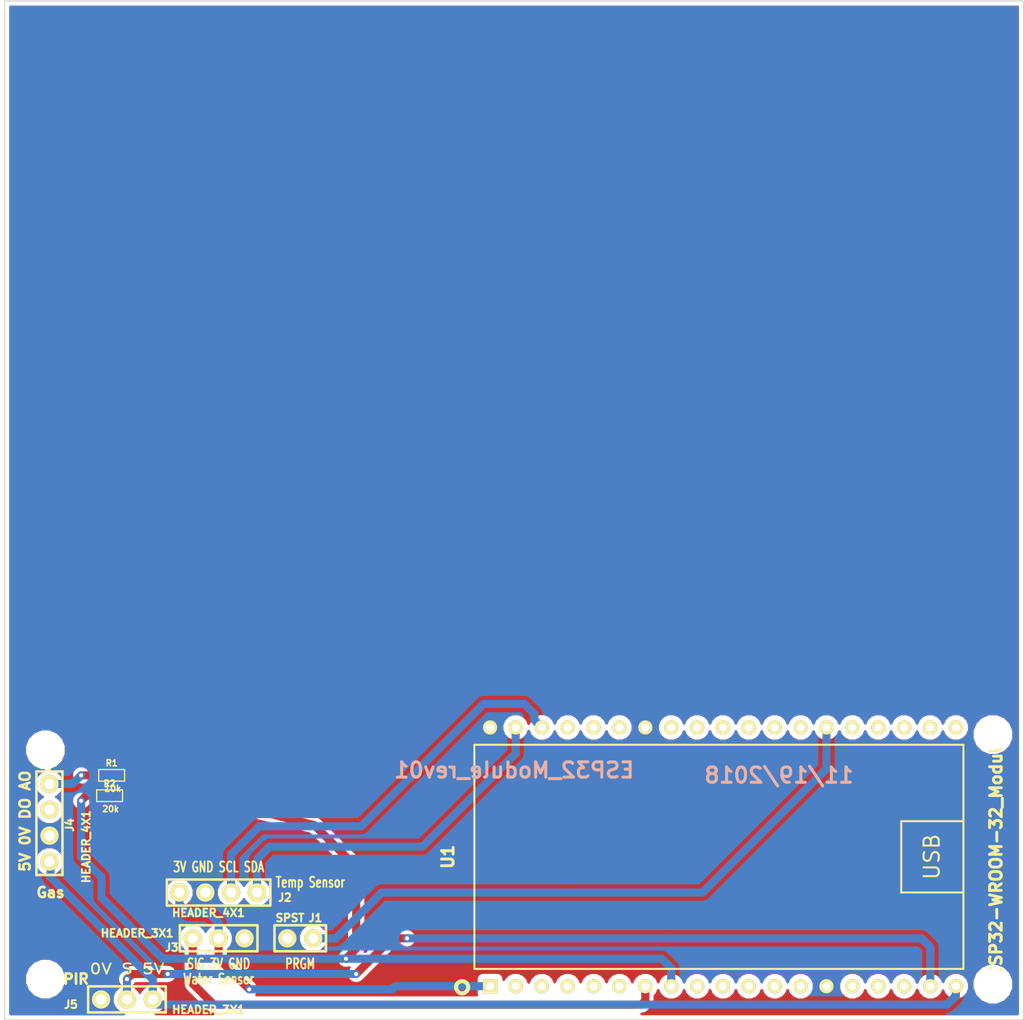
<source format=kicad_pcb>
(kicad_pcb (version 4) (host pcbnew 4.0.7)

  (general
    (links 20)
    (no_connects 0)
    (area 85.949999 52.949999 186.050001 153.050001)
    (thickness 1.6)
    (drawings 15)
    (tracks 88)
    (zones 0)
    (modules 12)
    (nets 39)
  )

  (page A)
  (layers
    (0 F.Cu signal)
    (31 B.Cu signal)
    (32 B.Adhes user)
    (33 F.Adhes user)
    (34 B.Paste user)
    (35 F.Paste user)
    (36 B.SilkS user)
    (37 F.SilkS user)
    (38 B.Mask user)
    (39 F.Mask user)
    (40 Dwgs.User user)
    (41 Cmts.User user)
    (42 Eco1.User user)
    (43 Eco2.User user)
    (44 Edge.Cuts user)
  )

  (setup
    (last_trace_width 0.8)
    (user_trace_width 0.25)
    (user_trace_width 0.3)
    (user_trace_width 0.5)
    (user_trace_width 0.6)
    (user_trace_width 0.8)
    (user_trace_width 1)
    (user_trace_width 2)
    (user_trace_width 3)
    (trace_clearance 0.08)
    (zone_clearance 0.4)
    (zone_45_only yes)
    (trace_min 0.1)
    (segment_width 0.2)
    (edge_width 0.1)
    (via_size 0.7)
    (via_drill 0.4)
    (via_min_size 0.7)
    (via_min_drill 0.4)
    (uvia_size 0.4)
    (uvia_drill 0.127)
    (uvias_allowed no)
    (uvia_min_size 0.4)
    (uvia_min_drill 0.127)
    (pcb_text_width 0.3)
    (pcb_text_size 1.5 1.5)
    (mod_edge_width 0.15)
    (mod_text_size 1 1)
    (mod_text_width 0.15)
    (pad_size 3 3)
    (pad_drill 3)
    (pad_to_mask_clearance 0)
    (pad_to_paste_clearance_ratio -0.1)
    (aux_axis_origin 0 0)
    (visible_elements 7FFFFFFF)
    (pcbplotparams
      (layerselection 0x00008_00000000)
      (usegerberextensions false)
      (excludeedgelayer true)
      (linewidth 0.050000)
      (plotframeref false)
      (viasonmask false)
      (mode 1)
      (useauxorigin false)
      (hpglpennumber 1)
      (hpglpenspeed 20)
      (hpglpendiameter 15)
      (hpglpenoverlay 2)
      (psnegative false)
      (psa4output false)
      (plotreference true)
      (plotvalue true)
      (plotinvisibletext false)
      (padsonsilk false)
      (subtractmaskfromsilk false)
      (outputformat 2)
      (mirror false)
      (drillshape 0)
      (scaleselection 1)
      (outputdirectory PCB))
  )

  (net 0 "")
  (net 1 GND)
  (net 2 SDA)
  (net 3 SCL)
  (net 4 "Net-(U1-Pad21)")
  (net 5 "Net-(U1-Pad23)")
  (net 6 "Net-(U1-Pad22)")
  (net 7 "Net-(U1-Pad10)")
  (net 8 "Net-(U1-Pad9)")
  (net 9 "Net-(U1-Pad6)")
  (net 10 "Net-(U1-Pad5)")
  (net 11 "Net-(U1-Pad2)")
  (net 12 "Net-(U1-Pad3)")
  (net 13 "Net-(U1-Pad4)")
  (net 14 "Net-(J1-Pad1)")
  (net 15 VDD)
  (net 16 "Net-(J3-Pad3)")
  (net 17 "Net-(U1-Pad20)")
  (net 18 "Net-(U1-Pad24)")
  (net 19 "Net-(U1-Pad15)")
  (net 20 "Net-(U1-Pad16)")
  (net 21 "Net-(U1-Pad17)")
  (net 22 "Net-(U1-Pad31)")
  (net 23 "Net-(U1-Pad30)")
  (net 24 "Net-(U1-Pad33)")
  (net 25 "Net-(U1-Pad34)")
  (net 26 "Net-(U1-Pad35)")
  (net 27 "Net-(U1-Pad29)")
  (net 28 "Net-(U1-Pad28)")
  (net 29 "Net-(U1-Pad27)")
  (net 30 "Net-(U1-Pad26)")
  (net 31 "Net-(U1-Pad13)")
  (net 32 "Net-(U1-Pad12)")
  (net 33 "Net-(U1-Pad11)")
  (net 34 5V)
  (net 35 "Net-(R1-Pad2)")
  (net 36 "Net-(J5-Pad2)")
  (net 37 "Net-(J4-Pad2)")
  (net 38 "Net-(J4-Pad1)")

  (net_class Default "This is the default net class."
    (clearance 0.08)
    (trace_width 0.25)
    (via_dia 0.7)
    (via_drill 0.4)
    (uvia_dia 0.4)
    (uvia_drill 0.127)
    (add_net 5V)
    (add_net GND)
    (add_net "Net-(J1-Pad1)")
    (add_net "Net-(J3-Pad3)")
    (add_net "Net-(J4-Pad1)")
    (add_net "Net-(J4-Pad2)")
    (add_net "Net-(J5-Pad2)")
    (add_net "Net-(R1-Pad2)")
    (add_net "Net-(U1-Pad10)")
    (add_net "Net-(U1-Pad11)")
    (add_net "Net-(U1-Pad12)")
    (add_net "Net-(U1-Pad13)")
    (add_net "Net-(U1-Pad15)")
    (add_net "Net-(U1-Pad16)")
    (add_net "Net-(U1-Pad17)")
    (add_net "Net-(U1-Pad2)")
    (add_net "Net-(U1-Pad20)")
    (add_net "Net-(U1-Pad21)")
    (add_net "Net-(U1-Pad22)")
    (add_net "Net-(U1-Pad23)")
    (add_net "Net-(U1-Pad24)")
    (add_net "Net-(U1-Pad26)")
    (add_net "Net-(U1-Pad27)")
    (add_net "Net-(U1-Pad28)")
    (add_net "Net-(U1-Pad29)")
    (add_net "Net-(U1-Pad3)")
    (add_net "Net-(U1-Pad30)")
    (add_net "Net-(U1-Pad31)")
    (add_net "Net-(U1-Pad33)")
    (add_net "Net-(U1-Pad34)")
    (add_net "Net-(U1-Pad35)")
    (add_net "Net-(U1-Pad4)")
    (add_net "Net-(U1-Pad5)")
    (add_net "Net-(U1-Pad6)")
    (add_net "Net-(U1-Pad9)")
    (add_net SCL)
    (add_net SDA)
    (add_net VDD)
  )

  (module ted_holes:TED_Hole_3mm (layer F.Cu) (tedit 5B6E23D4) (tstamp 597A62AE)
    (at 89 149)
    (path /5B54EF19)
    (fp_text reference H1 (at -0.05 -2.425) (layer F.SilkS) hide
      (effects (font (size 1 1) (thickness 0.15)))
    )
    (fp_text value HOLE (at 0.25 2.6) (layer F.SilkS) hide
      (effects (font (size 1 1) (thickness 0.15)))
    )
    (pad "" np_thru_hole circle (at 1 0) (size 3 3) (drill 3) (layers *.Cu *.Mask F.SilkS))
  )

  (module ted_holes:TED_Hole_3mm (layer F.Cu) (tedit 5B6DF726) (tstamp 597A62B2)
    (at 88 126.5)
    (path /52A158AA)
    (fp_text reference H2 (at -0.05 -2.425) (layer F.SilkS) hide
      (effects (font (size 1 1) (thickness 0.15)))
    )
    (fp_text value HOLE (at 0.25 2.6) (layer F.SilkS) hide
      (effects (font (size 1 1) (thickness 0.15)))
    )
    (pad "" np_thru_hole circle (at 2 0) (size 3 3) (drill 3) (layers *.Cu *.Mask F.SilkS))
  )

  (module ted_holes:TED_Hole_3mm (layer F.Cu) (tedit 0) (tstamp 597A62B6)
    (at 183 149.5)
    (path /540F9640)
    (fp_text reference H3 (at -0.05 -2.425) (layer F.SilkS) hide
      (effects (font (size 1 1) (thickness 0.15)))
    )
    (fp_text value HOLE (at 0.25 2.6) (layer F.SilkS) hide
      (effects (font (size 1 1) (thickness 0.15)))
    )
    (pad "" np_thru_hole circle (at 0 0) (size 3 3) (drill 3) (layers *.Cu *.Mask F.SilkS))
  )

  (module ted_holes:TED_Hole_3mm (layer F.Cu) (tedit 0) (tstamp 597A62BA)
    (at 183 125)
    (path /5B54EF20)
    (fp_text reference H4 (at -0.05 -2.425) (layer F.SilkS) hide
      (effects (font (size 1 1) (thickness 0.15)))
    )
    (fp_text value HOLE (at 0.25 2.6) (layer F.SilkS) hide
      (effects (font (size 1 1) (thickness 0.15)))
    )
    (pad "" np_thru_hole circle (at 0 0) (size 3 3) (drill 3) (layers *.Cu *.Mask F.SilkS))
  )

  (module ted_connectors:TED_DIPSWITCH_1 (layer F.Cu) (tedit 5BF59DBF) (tstamp 5BF33DC5)
    (at 115 145 180)
    (path /5BF35530)
    (fp_text reference J1 (at -1.5 2 180) (layer F.SilkS)
      (effects (font (size 0.762 0.762) (thickness 0.1905)))
    )
    (fp_text value SPST (at 1 2 180) (layer F.SilkS)
      (effects (font (size 0.762 0.762) (thickness 0.1905)))
    )
    (fp_line (start 2.5 -1.27) (end -2.5 -1.27) (layer F.SilkS) (width 0.254))
    (fp_line (start 2.52 -1.27) (end 2.52 1.27) (layer F.SilkS) (width 0.254))
    (fp_line (start 2.5 1.28524) (end -2.5 1.28524) (layer F.SilkS) (width 0.254))
    (fp_line (start -2.53524 1.28524) (end -2.53524 -1.27508) (layer F.SilkS) (width 0.254))
    (pad 2 thru_hole circle (at 1.25984 0 180) (size 1.8 1.8) (drill 1) (layers *.Cu *.Mask F.SilkS)
      (net 1 GND))
    (pad 1 thru_hole circle (at -1.28016 0 180) (size 1.8 1.8) (drill 1) (layers *.Cu *.Mask F.SilkS)
      (net 14 "Net-(J1-Pad1)"))
  )

  (module ted_connectors:TED_HEADER_3x1 (layer F.Cu) (tedit 5BF59D62) (tstamp 5BF48E21)
    (at 107 145 180)
    (path /5BF48DD3)
    (fp_text reference J3 (at 4.6 -0.9 180) (layer F.SilkS)
      (effects (font (size 0.762 0.762) (thickness 0.1905)))
    )
    (fp_text value HEADER_3X1 (at 8 0.5 180) (layer F.SilkS)
      (effects (font (size 0.762 0.762) (thickness 0.1905)))
    )
    (fp_line (start 3.81 -1.27) (end -3.81 -1.27) (layer F.SilkS) (width 0.254))
    (fp_line (start 3.81 -1.27) (end 3.81 1.27) (layer F.SilkS) (width 0.254))
    (fp_line (start 3.81 1.28524) (end -3.81 1.28524) (layer F.SilkS) (width 0.254))
    (fp_line (start -3.81 1.28524) (end -3.81 -1.27508) (layer F.SilkS) (width 0.254))
    (pad 3 thru_hole circle (at 2.54 0 180) (size 1.8 1.8) (drill 1) (layers *.Cu *.Mask F.SilkS)
      (net 16 "Net-(J3-Pad3)"))
    (pad 2 thru_hole circle (at 0 0 180) (size 1.8 1.8) (drill 1) (layers *.Cu *.Mask F.SilkS)
      (net 15 VDD))
    (pad 1 thru_hole circle (at -2.54 0 180) (size 1.8 1.8) (drill 1) (layers *.Cu *.Mask F.SilkS)
      (net 1 GND))
  )

  (module ted_connectors:TED_HEADER_3x1 (layer F.Cu) (tedit 5BF4AB30) (tstamp 5BF4A436)
    (at 98 151 180)
    (path /5BF492FF)
    (fp_text reference J5 (at 5.5 -0.5 180) (layer F.SilkS)
      (effects (font (size 0.762 0.762) (thickness 0.1905)))
    )
    (fp_text value HEADER_3X1 (at -8 -1 180) (layer F.SilkS)
      (effects (font (size 0.762 0.762) (thickness 0.1905)))
    )
    (fp_line (start 3.81 -1.27) (end -3.81 -1.27) (layer F.SilkS) (width 0.254))
    (fp_line (start 3.81 -1.27) (end 3.81 1.27) (layer F.SilkS) (width 0.254))
    (fp_line (start 3.81 1.28524) (end -3.81 1.28524) (layer F.SilkS) (width 0.254))
    (fp_line (start -3.81 1.28524) (end -3.81 -1.27508) (layer F.SilkS) (width 0.254))
    (pad 3 thru_hole circle (at 2.54 0 180) (size 1.8 1.8) (drill 1) (layers *.Cu *.Mask F.SilkS)
      (net 1 GND))
    (pad 2 thru_hole circle (at 0 0 180) (size 1.8 1.8) (drill 1) (layers *.Cu *.Mask F.SilkS)
      (net 36 "Net-(J5-Pad2)"))
    (pad 1 thru_hole circle (at -2.54 0 180) (size 1.8 1.8) (drill 1) (layers *.Cu *.Mask F.SilkS)
      (net 34 5V))
  )

  (module ted_resistors:TED_SM0603_R (layer F.Cu) (tedit 590515EF) (tstamp 5BF4A43C)
    (at 96.5 129)
    (descr "SMT resistor, 0603")
    (path /5BF4A045)
    (fp_text reference R1 (at 0 -1.2) (layer F.SilkS)
      (effects (font (size 0.6 0.6) (thickness 0.15)))
    )
    (fp_text value 10k (at 0.1 1.3) (layer F.SilkS)
      (effects (font (size 0.6 0.6) (thickness 0.15)))
    )
    (fp_line (start -1.27 -0.57) (end -1.27 0.57) (layer F.SilkS) (width 0.127))
    (fp_line (start 1.27 -0.57) (end 1.27 0.57) (layer F.SilkS) (width 0.127))
    (fp_line (start -1.25 -0.57) (end 1.25 -0.57) (layer F.SilkS) (width 0.127))
    (fp_line (start 1.25 0.57) (end -1.25 0.57) (layer F.SilkS) (width 0.127))
    (pad 2 smd rect (at 0.75184 0) (size 0.89916 1.00076) (layers F.Cu F.Paste F.Mask)
      (net 35 "Net-(R1-Pad2)") (clearance 0.1))
    (pad 1 smd rect (at -0.75184 0) (size 0.89916 1.00076) (layers F.Cu F.Paste F.Mask)
      (net 38 "Net-(J4-Pad1)") (clearance 0.1))
    (model smd/capacitors/c_0603.wrl
      (at (xyz 0 0 0))
      (scale (xyz 1 1 1))
      (rotate (xyz 0 0 0))
    )
  )

  (module ted_resistors:TED_SM0603_R (layer F.Cu) (tedit 590515EF) (tstamp 5BF4A442)
    (at 96.3 131)
    (descr "SMT resistor, 0603")
    (path /5BF4A142)
    (fp_text reference R2 (at 0 -1.2) (layer F.SilkS)
      (effects (font (size 0.6 0.6) (thickness 0.15)))
    )
    (fp_text value 20k (at 0.1 1.3) (layer F.SilkS)
      (effects (font (size 0.6 0.6) (thickness 0.15)))
    )
    (fp_line (start -1.27 -0.57) (end -1.27 0.57) (layer F.SilkS) (width 0.127))
    (fp_line (start 1.27 -0.57) (end 1.27 0.57) (layer F.SilkS) (width 0.127))
    (fp_line (start -1.25 -0.57) (end 1.25 -0.57) (layer F.SilkS) (width 0.127))
    (fp_line (start 1.25 0.57) (end -1.25 0.57) (layer F.SilkS) (width 0.127))
    (pad 2 smd rect (at 0.75184 0) (size 0.89916 1.00076) (layers F.Cu F.Paste F.Mask)
      (net 1 GND) (clearance 0.1))
    (pad 1 smd rect (at -0.75184 0) (size 0.89916 1.00076) (layers F.Cu F.Paste F.Mask)
      (net 35 "Net-(R1-Pad2)") (clearance 0.1))
    (model smd/capacitors/c_0603.wrl
      (at (xyz 0 0 0))
      (scale (xyz 1 1 1))
      (rotate (xyz 0 0 0))
    )
  )

  (module ted_ICs:TED_ESP32_Module_38pin (layer F.Cu) (tedit 5BF34888) (tstamp 5BF33E07)
    (at 156.5 137)
    (path /5BF31295)
    (fp_text reference U1 (at -27 0 90) (layer F.SilkS)
      (effects (font (size 1.143 1.143) (thickness 0.28575)))
    )
    (fp_text value ESP32-WROOM-32_Module (at 26.8 0 90) (layer F.SilkS)
      (effects (font (size 1.143 1.143) (thickness 0.28448)))
    )
    (fp_text user USB (at 20.5 0 90) (layer F.SilkS)
      (effects (font (size 1.5 1.5) (thickness 0.2)))
    )
    (fp_line (start 23.5 -3.5) (end 17.5 -3.5) (layer F.SilkS) (width 0.2))
    (fp_line (start 17.5 -3.5) (end 17.5 3.5) (layer F.SilkS) (width 0.2))
    (fp_line (start 17.5 3.5) (end 23.5 3.5) (layer F.SilkS) (width 0.2))
    (fp_circle (center -25.6 12.8) (end -25 12.8) (layer F.SilkS) (width 0.4))
    (fp_line (start -24.4 -11) (end 23.6 -11) (layer F.SilkS) (width 0.2))
    (fp_line (start 23.6 -11) (end 23.6 11) (layer F.SilkS) (width 0.2))
    (fp_line (start 23.6 11) (end -24.4 11) (layer F.SilkS) (width 0.2))
    (fp_line (start -24.4 11) (end -24.4 -11) (layer F.SilkS) (width 0.2))
    (pad 21 thru_hole circle (at 20.32 -12.7) (size 1.397 1.397) (drill 0.8) (layers *.Cu *.Mask F.SilkS)
      (net 4 "Net-(U1-Pad21)") (clearance 0.5))
    (pad 20 thru_hole circle (at 22.86 -12.7) (size 1.397 1.397) (drill 0.8) (layers *.Cu *.Mask F.SilkS)
      (net 17 "Net-(U1-Pad20)") (clearance 0.5))
    (pad 22 thru_hole circle (at 17.78 -12.7) (size 1.397 1.397) (drill 0.8) (layers *.Cu *.Mask F.SilkS)
      (net 6 "Net-(U1-Pad22)") (clearance 0.5))
    (pad 23 thru_hole circle (at 15.24 -12.7) (size 1.397 1.397) (drill 0.8) (layers *.Cu *.Mask F.SilkS)
      (net 5 "Net-(U1-Pad23)") (clearance 0.5))
    (pad 24 thru_hole circle (at 12.7 -12.7) (size 1.397 1.397) (drill 0.8) (layers *.Cu *.Mask F.SilkS)
      (net 18 "Net-(U1-Pad24)") (clearance 0.5))
    (pad 15 thru_hole circle (at 12.7 12.7) (size 1.397 1.397) (drill 0.8) (layers *.Cu *.Mask F.SilkS)
      (net 19 "Net-(U1-Pad15)") (clearance 0.5))
    (pad 16 thru_hole circle (at 15.24 12.7) (size 1.397 1.397) (drill 0.8) (layers *.Cu *.Mask F.SilkS)
      (net 20 "Net-(U1-Pad16)") (clearance 0.5))
    (pad 17 thru_hole circle (at 17.78 12.7) (size 1.397 1.397) (drill 0.8) (layers *.Cu *.Mask F.SilkS)
      (net 21 "Net-(U1-Pad17)") (clearance 0.5))
    (pad 19 thru_hole circle (at 22.86 12.7) (size 1.397 1.397) (drill 0.8) (layers *.Cu *.Mask F.SilkS)
      (net 34 5V) (clearance 0.5))
    (pad 18 thru_hole circle (at 20.35 12.7) (size 1.397 1.397) (drill 0.8) (layers *.Cu *.Mask F.SilkS)
      (net 36 "Net-(J5-Pad2)") (clearance 0.5))
    (pad 31 thru_hole circle (at -5.08 -12.7) (size 1.397 1.397) (drill 0.8) (layers *.Cu *.Mask F.SilkS)
      (net 22 "Net-(U1-Pad31)") (clearance 0.5))
    (pad 30 thru_hole circle (at -2.54 -12.7) (size 1.397 1.397) (drill 0.8) (layers *.Cu *.Mask F.SilkS)
      (net 23 "Net-(U1-Pad30)") (clearance 0.5))
    (pad 32 thru_hole circle (at -7.62 -12.7) (size 1.397 1.397) (drill 0.8) (layers *.Cu *.Mask F.SilkS)
      (net 1 GND) (clearance 0.5))
    (pad 33 thru_hole circle (at -10.16 -12.7) (size 1.397 1.397) (drill 0.8) (layers *.Cu *.Mask F.SilkS)
      (net 24 "Net-(U1-Pad33)") (clearance 0.5))
    (pad 34 thru_hole circle (at -12.7 -12.7) (size 1.397 1.397) (drill 0.8) (layers *.Cu *.Mask F.SilkS)
      (net 25 "Net-(U1-Pad34)") (clearance 0.5))
    (pad 35 thru_hole circle (at -15.24 -12.7) (size 1.397 1.397) (drill 0.8) (layers *.Cu *.Mask F.SilkS)
      (net 26 "Net-(U1-Pad35)") (clearance 0.5))
    (pad 36 thru_hole circle (at -17.78 -12.7) (size 1.397 1.397) (drill 0.8) (layers *.Cu *.Mask F.SilkS)
      (net 3 SCL) (clearance 0.5))
    (pad 37 thru_hole circle (at -20.35 -12.7) (size 1.397 1.397) (drill 0.8) (layers *.Cu *.Mask F.SilkS)
      (net 2 SDA) (clearance 0.5))
    (pad 29 thru_hole circle (at 0 -12.7) (size 1.397 1.397) (drill 0.8) (layers *.Cu *.Mask F.SilkS)
      (net 27 "Net-(U1-Pad29)") (clearance 0.5))
    (pad 28 thru_hole circle (at 2.54 -12.7) (size 1.397 1.397) (drill 0.8) (layers *.Cu *.Mask F.SilkS)
      (net 28 "Net-(U1-Pad28)") (clearance 0.5))
    (pad 27 thru_hole circle (at 5.08 -12.7) (size 1.397 1.397) (drill 0.8) (layers *.Cu *.Mask F.SilkS)
      (net 29 "Net-(U1-Pad27)") (clearance 0.5))
    (pad 25 thru_hole circle (at 10.16 -12.7) (size 1.397 1.397) (drill 0.8) (layers *.Cu *.Mask F.SilkS)
      (net 14 "Net-(J1-Pad1)") (clearance 0.5))
    (pad 26 thru_hole circle (at 7.62 -12.7) (size 1.397 1.397) (drill 0.8) (layers *.Cu *.Mask F.SilkS)
      (net 30 "Net-(U1-Pad26)") (clearance 0.5))
    (pad 13 thru_hole circle (at 7.62 12.7) (size 1.397 1.397) (drill 0.8) (layers *.Cu *.Mask F.SilkS)
      (net 31 "Net-(U1-Pad13)") (clearance 0.5))
    (pad 14 thru_hole circle (at 10.16 12.7) (size 1.397 1.397) (drill 0.8) (layers *.Cu *.Mask F.SilkS)
      (net 1 GND) (clearance 0.5))
    (pad 12 thru_hole circle (at 5.08 12.7) (size 1.397 1.397) (drill 0.8) (layers *.Cu *.Mask F.SilkS)
      (net 32 "Net-(U1-Pad12)") (clearance 0.5))
    (pad 11 thru_hole circle (at 2.54 12.7) (size 1.397 1.397) (drill 0.8) (layers *.Cu *.Mask F.SilkS)
      (net 33 "Net-(U1-Pad11)") (clearance 0.5))
    (pad 10 thru_hole circle (at 0 12.7) (size 1.397 1.397) (drill 0.8) (layers *.Cu *.Mask F.SilkS)
      (net 7 "Net-(U1-Pad10)") (clearance 0.5))
    (pad 38 thru_hole circle (at -22.86 -12.7) (size 1.397 1.397) (drill 0.8) (layers *.Cu *.Mask F.SilkS)
      (net 1 GND) (clearance 0.5))
    (pad 1 thru_hole rect (at -22.86 12.7) (size 1.397 1.397) (drill 0.8) (layers *.Cu *.Mask F.SilkS)
      (net 15 VDD) (clearance 0.5))
    (pad 2 thru_hole circle (at -20.35 12.7) (size 1.397 1.397) (drill 0.8) (layers *.Cu *.Mask F.SilkS)
      (net 11 "Net-(U1-Pad2)") (clearance 0.5))
    (pad 3 thru_hole circle (at -17.78 12.7) (size 1.397 1.397) (drill 0.8) (layers *.Cu *.Mask F.SilkS)
      (net 12 "Net-(U1-Pad3)") (clearance 0.5))
    (pad 4 thru_hole circle (at -15.24 12.7) (size 1.397 1.397) (drill 0.8) (layers *.Cu *.Mask F.SilkS)
      (net 13 "Net-(U1-Pad4)") (clearance 0.5))
    (pad 5 thru_hole circle (at -12.7 12.7) (size 1.397 1.397) (drill 0.8) (layers *.Cu *.Mask F.SilkS)
      (net 10 "Net-(U1-Pad5)") (clearance 0.5))
    (pad 6 thru_hole circle (at -10.16 12.7) (size 1.397 1.397) (drill 0.8) (layers *.Cu *.Mask F.SilkS)
      (net 9 "Net-(U1-Pad6)") (clearance 0.5))
    (pad 7 thru_hole circle (at -7.62 12.7) (size 1.397 1.397) (drill 0.8) (layers *.Cu *.Mask F.SilkS)
      (net 16 "Net-(J3-Pad3)") (clearance 0.5))
    (pad 9 thru_hole circle (at -2.54 12.7) (size 1.397 1.397) (drill 0.8) (layers *.Cu *.Mask F.SilkS)
      (net 8 "Net-(U1-Pad9)") (clearance 0.5))
    (pad 8 thru_hole circle (at -5.08 12.7) (size 1.397 1.397) (drill 0.8) (layers *.Cu *.Mask F.SilkS)
      (net 35 "Net-(R1-Pad2)") (clearance 0.5))
    (model dil/dil_14.wrl
      (at (xyz 0 0 0))
      (scale (xyz 1 1 1))
      (rotate (xyz 0 0 0))
    )
  )

  (module ted_connectors:TED_HEADER_4x1 (layer F.Cu) (tedit 5BF59DB8) (tstamp 5BF59BEB)
    (at 107 140.5)
    (path /5BF59B00)
    (fp_text reference J2 (at 6.5 0.5) (layer F.SilkS)
      (effects (font (size 0.762 0.762) (thickness 0.1905)))
    )
    (fp_text value HEADER_4X1 (at -1 2) (layer F.SilkS)
      (effects (font (size 0.762 0.762) (thickness 0.1905)))
    )
    (fp_line (start 5.08 -1.27) (end -5.08 -1.27) (layer F.SilkS) (width 0.254))
    (fp_line (start 5.08 -1.27) (end 5.08 1.27) (layer F.SilkS) (width 0.254))
    (fp_line (start 5.08 1.28524) (end -5.08 1.28524) (layer F.SilkS) (width 0.254))
    (fp_line (start -5.08 1.28524) (end -5.08 -1.27508) (layer F.SilkS) (width 0.254))
    (pad 1 thru_hole circle (at -3.85 0) (size 1.8 1.8) (drill 1) (layers *.Cu *.Mask F.SilkS)
      (net 15 VDD))
    (pad 2 thru_hole circle (at -1.31 0) (size 1.8 1.8) (drill 1) (layers *.Cu *.Mask F.SilkS)
      (net 1 GND))
    (pad 4 thru_hole circle (at 3.75984 0) (size 1.8 1.8) (drill 1) (layers *.Cu *.Mask F.SilkS)
      (net 2 SDA))
    (pad 3 thru_hole circle (at 1.21984 0) (size 1.8 1.8) (drill 1) (layers *.Cu *.Mask F.SilkS)
      (net 3 SCL))
  )

  (module ted_connectors:TED_HEADER_4x1 (layer F.Cu) (tedit 5BF59C13) (tstamp 5BF59BF2)
    (at 90.4 133.7 270)
    (path /5BF59E5D)
    (fp_text reference J4 (at 0.1778 -1.98628 270) (layer F.SilkS)
      (effects (font (size 0.762 0.762) (thickness 0.1905)))
    )
    (fp_text value HEADER_4X1 (at 2.3 -3.6 270) (layer F.SilkS)
      (effects (font (size 0.762 0.762) (thickness 0.1905)))
    )
    (fp_line (start 5.08 -1.27) (end -5.08 -1.27) (layer F.SilkS) (width 0.254))
    (fp_line (start 5.08 -1.27) (end 5.08 1.27) (layer F.SilkS) (width 0.254))
    (fp_line (start 5.08 1.28524) (end -5.08 1.28524) (layer F.SilkS) (width 0.254))
    (fp_line (start -5.08 1.28524) (end -5.08 -1.27508) (layer F.SilkS) (width 0.254))
    (pad 1 thru_hole circle (at -3.85 0 270) (size 1.8 1.8) (drill 1) (layers *.Cu *.Mask F.SilkS)
      (net 38 "Net-(J4-Pad1)"))
    (pad 2 thru_hole circle (at -1.31 0 270) (size 1.8 1.8) (drill 1) (layers *.Cu *.Mask F.SilkS)
      (net 37 "Net-(J4-Pad2)"))
    (pad 4 thru_hole circle (at 3.75984 0 270) (size 1.8 1.8) (drill 1) (layers *.Cu *.Mask F.SilkS)
      (net 34 5V))
    (pad 3 thru_hole circle (at 1.21984 0 270) (size 1.8 1.8) (drill 1) (layers *.Cu *.Mask F.SilkS)
      (net 1 GND))
  )

  (gr_text "5V 0V DO AO" (at 88 133.5 90) (layer F.SilkS)
    (effects (font (size 1 1) (thickness 0.25)))
  )
  (gr_text Gas (at 90.5 140.5) (layer F.SilkS)
    (effects (font (size 1 1) (thickness 0.25)))
  )
  (gr_text "0V S 5V" (at 98 148) (layer F.SilkS)
    (effects (font (size 1 1.2) (thickness 0.175)))
  )
  (gr_text PIR (at 93 149) (layer F.SilkS)
    (effects (font (size 1 1) (thickness 0.25)))
  )
  (gr_text "Temp Sensor" (at 116 139.5) (layer F.SilkS)
    (effects (font (size 1 0.7) (thickness 0.175)))
  )
  (gr_text "Water Sensor" (at 107 149) (layer F.SilkS)
    (effects (font (size 1 0.7) (thickness 0.175)))
  )
  (gr_text "SIG 3V GND" (at 107 147.5) (layer F.SilkS)
    (effects (font (size 1 0.7) (thickness 0.175)))
  )
  (gr_text PRGM (at 115 147.5) (layer F.SilkS)
    (effects (font (size 1 0.7) (thickness 0.175)))
  )
  (gr_text "3V GND SCL SDA" (at 107 138) (layer F.SilkS)
    (effects (font (size 1 0.7) (thickness 0.175)))
  )
  (gr_text ESP32_Module_rev01 (at 136 128.5) (layer B.SilkS)
    (effects (font (size 1.5 1.5) (thickness 0.3)) (justify mirror))
  )
  (gr_text 11/19/2018 (at 162 129) (layer B.SilkS)
    (effects (font (size 1.5 1.5) (thickness 0.3)) (justify mirror))
  )
  (gr_line (start 186 53) (end 86 53) (angle 90) (layer Edge.Cuts) (width 0.1))
  (gr_line (start 86 153) (end 186 153) (angle 90) (layer Edge.Cuts) (width 0.1))
  (gr_line (start 86 153) (end 86 53) (angle 90) (layer Edge.Cuts) (width 0.1))
  (gr_line (start 186 53) (end 186 153) (angle 90) (layer Edge.Cuts) (width 0.1))

  (segment (start 110.75984 140.5) (end 110.75984 137.24016) (width 0.8) (layer B.Cu) (net 2))
  (segment (start 136.15 126.85) (end 136.15 124.3) (width 0.8) (layer B.Cu) (net 2) (tstamp 5BF59C69))
  (segment (start 127 136) (end 136.15 126.85) (width 0.8) (layer B.Cu) (net 2) (tstamp 5BF59C66))
  (segment (start 112 136) (end 127 136) (width 0.8) (layer B.Cu) (net 2) (tstamp 5BF59C65))
  (segment (start 110.75984 137.24016) (end 112 136) (width 0.8) (layer B.Cu) (net 2) (tstamp 5BF59C64))
  (segment (start 108.21984 140.5) (end 108.21984 136.78016) (width 0.8) (layer B.Cu) (net 3))
  (segment (start 138 123.58) (end 138.72 124.3) (width 0.8) (layer B.Cu) (net 3) (tstamp 5BF59C5A))
  (segment (start 138 123) (end 138 123.58) (width 0.8) (layer B.Cu) (net 3) (tstamp 5BF59C59))
  (segment (start 137 122) (end 138 123) (width 0.8) (layer B.Cu) (net 3) (tstamp 5BF59C58))
  (segment (start 133 122) (end 137 122) (width 0.8) (layer B.Cu) (net 3) (tstamp 5BF59C57))
  (segment (start 130.5 124.5) (end 133 122) (width 0.8) (layer B.Cu) (net 3) (tstamp 5BF59C56))
  (segment (start 121 134) (end 130.5 124.5) (width 0.8) (layer B.Cu) (net 3) (tstamp 5BF59C54))
  (segment (start 111 134) (end 121 134) (width 0.8) (layer B.Cu) (net 3) (tstamp 5BF59C53))
  (segment (start 108.21984 136.78016) (end 111 134) (width 0.8) (layer B.Cu) (net 3) (tstamp 5BF59C52))
  (segment (start 166.66 124.3) (end 166.66 128.34) (width 0.8) (layer B.Cu) (net 14))
  (segment (start 166.66 128.34) (end 154.5 140.5) (width 0.8) (layer B.Cu) (net 14) (tstamp 5BF33FB4))
  (segment (start 154.5 140.5) (end 140.5 140.5) (width 0.8) (layer B.Cu) (net 14) (tstamp 5BF33FB6))
  (segment (start 118.5 145) (end 123 140.5) (width 0.8) (layer B.Cu) (net 14) (tstamp 5BF4A81E))
  (segment (start 123 140.5) (end 140.5 140.5) (width 0.8) (layer B.Cu) (net 14) (tstamp 5BF4A81F))
  (segment (start 118.5 145) (end 116.28016 145) (width 0.8) (layer B.Cu) (net 14))
  (segment (start 116.28016 145.21984) (end 116.28016 145) (width 0.8) (layer B.Cu) (net 14) (tstamp 5BF33F61) (status 30))
  (segment (start 107 145) (end 107 143.5) (width 0.8) (layer B.Cu) (net 15))
  (segment (start 103.15 141.65) (end 103.15 140.5) (width 0.8) (layer B.Cu) (net 15) (tstamp 5BF59C4D))
  (segment (start 104 142.5) (end 103.15 141.65) (width 0.8) (layer B.Cu) (net 15) (tstamp 5BF59C4C))
  (segment (start 106 142.5) (end 104 142.5) (width 0.8) (layer B.Cu) (net 15) (tstamp 5BF59C4B))
  (segment (start 107 143.5) (end 106 142.5) (width 0.8) (layer B.Cu) (net 15) (tstamp 5BF59C4A))
  (segment (start 133.64 149.7) (end 124.3 149.7) (width 0.8) (layer B.Cu) (net 15))
  (segment (start 124.3 149.7) (end 124 150) (width 0.8) (layer B.Cu) (net 15) (tstamp 5BF59C18))
  (segment (start 107 147) (end 107 145) (width 0.8) (layer F.Cu) (net 15) (tstamp 5BF4A921))
  (segment (start 110 150) (end 107 147) (width 0.8) (layer F.Cu) (net 15) (tstamp 5BF4A920))
  (via (at 110 150) (size 0.7) (drill 0.4) (layers F.Cu B.Cu) (net 15))
  (segment (start 124 150) (end 110 150) (width 0.8) (layer B.Cu) (net 15) (tstamp 5BF4A91A))
  (segment (start 124.3 149.7) (end 124 150) (width 0.8) (layer B.Cu) (net 15) (tstamp 5BF4A915))
  (segment (start 133.64 149.7) (end 133.64 149.86) (width 0.8) (layer B.Cu) (net 15))
  (segment (start 106.5 151.5) (end 148.5 151.5) (width 0.8) (layer F.Cu) (net 16))
  (segment (start 148.88 151.12) (end 148.88 149.7) (width 0.8) (layer F.Cu) (net 16) (tstamp 5BF59C7C))
  (segment (start 148.5 151.5) (end 148.88 151.12) (width 0.8) (layer F.Cu) (net 16) (tstamp 5BF59C75))
  (segment (start 104.46 145) (end 104.46 149.46) (width 0.8) (layer F.Cu) (net 16))
  (segment (start 104.46 149.46) (end 106.5 151.5) (width 0.8) (layer F.Cu) (net 16) (tstamp 5BF4A929))
  (segment (start 106.5 151.5) (end 148 151.5) (width 0.8) (layer F.Cu) (net 16) (tstamp 5BF4A92D))
  (segment (start 90.5 139) (end 90.5 137.55984) (width 0.8) (layer B.Cu) (net 34))
  (segment (start 90.5 137.55984) (end 90.4 137.45984) (width 0.8) (layer B.Cu) (net 34) (tstamp 5BF59C3B))
  (segment (start 179.36 149.7) (end 179.36 150.64) (width 0.8) (layer B.Cu) (net 34))
  (segment (start 179.36 150.64) (end 178.5 151.5) (width 0.8) (layer B.Cu) (net 34) (tstamp 5BF59C06))
  (segment (start 178.5 151.5) (end 101.04 151.5) (width 0.8) (layer B.Cu) (net 34) (tstamp 5BF59C07))
  (segment (start 101.04 151.5) (end 100.54 151) (width 0.8) (layer B.Cu) (net 34) (tstamp 5BF59C08))
  (segment (start 179.36 149.7) (end 179.36 150.14) (width 0.8) (layer B.Cu) (net 34))
  (segment (start 179.36 150.64) (end 178.5 151.5) (width 0.8) (layer B.Cu) (net 34) (tstamp 5BF4A859))
  (segment (start 101.04 151.5) (end 100.54 151) (width 0.8) (layer B.Cu) (net 34) (tstamp 5BF4A863))
  (segment (start 100.54 151) (end 100.54 149.04) (width 0.8) (layer B.Cu) (net 34))
  (segment (start 100.54 149.04) (end 90.5 139) (width 0.8) (layer B.Cu) (net 34) (tstamp 5BF4A84B))
  (segment (start 90.5 139) (end 90.4 138.9) (width 0.8) (layer B.Cu) (net 34) (tstamp 5BF59C39))
  (segment (start 151.42 149.7) (end 151.42 147.92) (width 0.8) (layer B.Cu) (net 35))
  (segment (start 151.42 147.92) (end 150.5 147) (width 0.8) (layer B.Cu) (net 35) (tstamp 5BF4A823))
  (segment (start 150.5 147) (end 119.5 147) (width 0.8) (layer B.Cu) (net 35) (tstamp 5BF4A824))
  (segment (start 97.25184 129) (end 116.4 133.9) (width 0.8) (layer F.Cu) (net 35) (status 10))
  (segment (start 120.5 146) (end 119.5 147) (width 0.8) (layer F.Cu) (net 35) (tstamp 5BF4A94E))
  (segment (start 120.5 138) (end 120.5 146) (width 0.8) (layer F.Cu) (net 35) (tstamp 5BF4A94C))
  (segment (start 116.4 133.9) (end 120.5 138) (width 0.8) (layer F.Cu) (net 35) (tstamp 5BF4A942))
  (segment (start 94 131) (end 95.54816 131) (width 0.8) (layer F.Cu) (net 35) (tstamp 5BF4A831))
  (segment (start 93.5 131.5) (end 94 131) (width 0.8) (layer F.Cu) (net 35) (tstamp 5BF4A830))
  (via (at 93.5 131.5) (size 0.7) (drill 0.4) (layers F.Cu B.Cu) (net 35))
  (segment (start 93.5 137) (end 93.5 131.5) (width 0.8) (layer B.Cu) (net 35) (tstamp 5BF4A82D))
  (segment (start 95.5 139) (end 93.5 137) (width 0.8) (layer B.Cu) (net 35) (tstamp 5BF4A828))
  (segment (start 95.5 141) (end 95.5 139) (width 0.8) (layer B.Cu) (net 35) (tstamp 5BF4A826))
  (segment (start 101.5 147) (end 95.5 141) (width 0.8) (layer B.Cu) (net 35) (tstamp 5BF4A825))
  (segment (start 119.5 147) (end 101.5 147) (width 0.8) (layer B.Cu) (net 35) (tstamp 5BF4A952))
  (via (at 119.5 147) (size 0.7) (drill 0.4) (layers F.Cu B.Cu) (net 35))
  (segment (start 176.85 146) (end 176.85 149.7) (width 0.8) (layer B.Cu) (net 36))
  (segment (start 176.85 146) (end 176.85 145.85) (width 0.5) (layer B.Cu) (net 36) (tstamp 5BF59BFD))
  (segment (start 174 145) (end 176 145) (width 0.8) (layer B.Cu) (net 36))
  (segment (start 151 145) (end 174 145) (width 0.8) (layer B.Cu) (net 36) (tstamp 5BF4A8B7))
  (segment (start 176 145) (end 176.85 145.85) (width 0.8) (layer B.Cu) (net 36) (tstamp 5BF4A8C1))
  (segment (start 125.5 145) (end 151 145) (width 0.8) (layer B.Cu) (net 36) (tstamp 5BF4A8B6))
  (via (at 125.5 145) (size 0.7) (drill 0.4) (layers F.Cu B.Cu) (net 36))
  (via (at 102 148.5) (size 0.7) (drill 0.4) (layers F.Cu B.Cu) (net 36))
  (via (at 120.5 148.5) (size 0.7) (drill 0.4) (layers F.Cu B.Cu) (net 36))
  (segment (start 102 148.5) (end 120.5 148.5) (width 0.8) (layer B.Cu) (net 36) (tstamp 5BF4A90D))
  (segment (start 120.5 148.5) (end 124 145) (width 0.8) (layer F.Cu) (net 36) (tstamp 5BF4A8B0))
  (segment (start 124 145) (end 125.5 145) (width 0.8) (layer F.Cu) (net 36) (tstamp 5BF4A8B3))
  (segment (start 98 149) (end 98 151) (width 0.8) (layer B.Cu) (net 36))
  (segment (start 98.5 148.5) (end 102 148.5) (width 0.8) (layer F.Cu) (net 36) (tstamp 5BF4A8AE))
  (segment (start 98 149) (end 98.5 148.5) (width 0.8) (layer F.Cu) (net 36) (tstamp 5BF4A8AD))
  (via (at 98 149) (size 0.7) (drill 0.4) (layers F.Cu B.Cu) (net 36))
  (segment (start 90.4 129.85) (end 92.65 129.85) (width 0.8) (layer B.Cu) (net 38))
  (segment (start 93.5 129) (end 95.74816 129) (width 0.8) (layer F.Cu) (net 38) (tstamp 5BF59C8F))
  (via (at 93.5 129) (size 0.7) (drill 0.4) (layers F.Cu B.Cu) (net 38))
  (segment (start 92.65 129.85) (end 93.5 129) (width 0.8) (layer B.Cu) (net 38) (tstamp 5BF59C8D))

  (zone (net 1) (net_name GND) (layer B.Cu) (tstamp 52786CE0) (hatch edge 0.508)
    (connect_pads yes (clearance 0.4))
    (min_thickness 0.254)
    (fill yes (arc_segments 16) (thermal_gap 0.508) (thermal_bridge_width 0.508))
    (polygon
      (pts
        (xy 86.04 53.02) (xy 85.54 153.05) (xy 185.97 153.04) (xy 185.97 53.01)
      )
    )
    (filled_polygon
      (pts
        (xy 185.423 152.423) (xy 178.520109 152.423) (xy 178.854748 152.356436) (xy 179.155488 152.155488) (xy 180.015488 151.295488)
        (xy 180.216437 150.994747) (xy 180.285133 150.649386) (xy 180.483049 150.451816) (xy 180.685269 149.964815) (xy 180.685324 149.901426)
        (xy 180.972649 149.901426) (xy 181.280591 150.646703) (xy 181.850298 151.217405) (xy 182.595036 151.526647) (xy 183.401426 151.527351)
        (xy 184.146703 151.219409) (xy 184.717405 150.649702) (xy 185.026647 149.904964) (xy 185.027351 149.098574) (xy 184.719409 148.353297)
        (xy 184.149702 147.782595) (xy 183.404964 147.473353) (xy 182.598574 147.472649) (xy 181.853297 147.780591) (xy 181.282595 148.350298)
        (xy 180.973353 149.095036) (xy 180.972649 149.901426) (xy 180.685324 149.901426) (xy 180.68573 149.437498) (xy 180.484359 148.950146)
        (xy 180.111816 148.576951) (xy 179.624815 148.374731) (xy 179.097498 148.37427) (xy 178.610146 148.575641) (xy 178.236951 148.948184)
        (xy 178.104925 149.266138) (xy 177.974359 148.950146) (xy 177.777 148.752442) (xy 177.777 146) (xy 177.762082 145.925)
        (xy 177.777 145.85) (xy 177.706437 145.495253) (xy 177.505488 145.194512) (xy 176.655488 144.344512) (xy 176.354748 144.143564)
        (xy 176 144.073) (xy 125.5 144.073) (xy 125.145252 144.143564) (xy 124.844512 144.344512) (xy 124.643564 144.645252)
        (xy 124.573 145) (xy 124.643564 145.354748) (xy 124.844512 145.655488) (xy 125.145252 145.856436) (xy 125.5 145.927)
        (xy 175.616024 145.927) (xy 175.923 146.233976) (xy 175.923 148.752478) (xy 175.726951 148.948184) (xy 175.564851 149.338564)
        (xy 175.404359 148.950146) (xy 175.031816 148.576951) (xy 174.544815 148.374731) (xy 174.017498 148.37427) (xy 173.530146 148.575641)
        (xy 173.156951 148.948184) (xy 173.009888 149.302351) (xy 172.864359 148.950146) (xy 172.491816 148.576951) (xy 172.004815 148.374731)
        (xy 171.477498 148.37427) (xy 170.990146 148.575641) (xy 170.616951 148.948184) (xy 170.469888 149.302351) (xy 170.324359 148.950146)
        (xy 169.951816 148.576951) (xy 169.464815 148.374731) (xy 168.937498 148.37427) (xy 168.450146 148.575641) (xy 168.076951 148.948184)
        (xy 167.874731 149.435185) (xy 167.87427 149.962502) (xy 168.075641 150.449854) (xy 168.198572 150.573) (xy 165.121653 150.573)
        (xy 165.243049 150.451816) (xy 165.445269 149.964815) (xy 165.44573 149.437498) (xy 165.244359 148.950146) (xy 164.871816 148.576951)
        (xy 164.384815 148.374731) (xy 163.857498 148.37427) (xy 163.370146 148.575641) (xy 162.996951 148.948184) (xy 162.849888 149.302351)
        (xy 162.704359 148.950146) (xy 162.331816 148.576951) (xy 161.844815 148.374731) (xy 161.317498 148.37427) (xy 160.830146 148.575641)
        (xy 160.456951 148.948184) (xy 160.309888 149.302351) (xy 160.164359 148.950146) (xy 159.791816 148.576951) (xy 159.304815 148.374731)
        (xy 158.777498 148.37427) (xy 158.290146 148.575641) (xy 157.916951 148.948184) (xy 157.769888 149.302351) (xy 157.624359 148.950146)
        (xy 157.251816 148.576951) (xy 156.764815 148.374731) (xy 156.237498 148.37427) (xy 155.750146 148.575641) (xy 155.376951 148.948184)
        (xy 155.229888 149.302351) (xy 155.084359 148.950146) (xy 154.711816 148.576951) (xy 154.224815 148.374731) (xy 153.697498 148.37427)
        (xy 153.210146 148.575641) (xy 152.836951 148.948184) (xy 152.689888 149.302351) (xy 152.544359 148.950146) (xy 152.347 148.752442)
        (xy 152.347 147.92) (xy 152.276436 147.565252) (xy 152.075488 147.264512) (xy 151.155488 146.344512) (xy 150.854748 146.143564)
        (xy 150.5 146.073) (xy 117.225132 146.073) (xy 117.371387 145.927) (xy 118.5 145.927) (xy 118.854748 145.856436)
        (xy 119.155488 145.655488) (xy 123.383976 141.427) (xy 154.5 141.427) (xy 154.854748 141.356436) (xy 155.155488 141.155488)
        (xy 167.315488 128.995488) (xy 167.429545 128.824789) (xy 167.516436 128.694748) (xy 167.587 128.34) (xy 167.587 125.247522)
        (xy 167.783049 125.051816) (xy 167.930112 124.697649) (xy 168.075641 125.049854) (xy 168.448184 125.423049) (xy 168.935185 125.625269)
        (xy 169.462502 125.62573) (xy 169.949854 125.424359) (xy 170.323049 125.051816) (xy 170.470112 124.697649) (xy 170.615641 125.049854)
        (xy 170.988184 125.423049) (xy 171.475185 125.625269) (xy 172.002502 125.62573) (xy 172.489854 125.424359) (xy 172.863049 125.051816)
        (xy 173.010112 124.697649) (xy 173.155641 125.049854) (xy 173.528184 125.423049) (xy 174.015185 125.625269) (xy 174.542502 125.62573)
        (xy 175.029854 125.424359) (xy 175.403049 125.051816) (xy 175.550112 124.697649) (xy 175.695641 125.049854) (xy 176.068184 125.423049)
        (xy 176.555185 125.625269) (xy 177.082502 125.62573) (xy 177.569854 125.424359) (xy 177.943049 125.051816) (xy 178.090112 124.697649)
        (xy 178.235641 125.049854) (xy 178.608184 125.423049) (xy 179.095185 125.625269) (xy 179.622502 125.62573) (xy 180.109854 125.424359)
        (xy 180.132827 125.401426) (xy 180.972649 125.401426) (xy 181.280591 126.146703) (xy 181.850298 126.717405) (xy 182.595036 127.026647)
        (xy 183.401426 127.027351) (xy 184.146703 126.719409) (xy 184.717405 126.149702) (xy 185.026647 125.404964) (xy 185.027351 124.598574)
        (xy 184.719409 123.853297) (xy 184.149702 123.282595) (xy 183.404964 122.973353) (xy 182.598574 122.972649) (xy 181.853297 123.280591)
        (xy 181.282595 123.850298) (xy 180.973353 124.595036) (xy 180.972649 125.401426) (xy 180.132827 125.401426) (xy 180.483049 125.051816)
        (xy 180.685269 124.564815) (xy 180.68573 124.037498) (xy 180.484359 123.550146) (xy 180.111816 123.176951) (xy 179.624815 122.974731)
        (xy 179.097498 122.97427) (xy 178.610146 123.175641) (xy 178.236951 123.548184) (xy 178.089888 123.902351) (xy 177.944359 123.550146)
        (xy 177.571816 123.176951) (xy 177.084815 122.974731) (xy 176.557498 122.97427) (xy 176.070146 123.175641) (xy 175.696951 123.548184)
        (xy 175.549888 123.902351) (xy 175.404359 123.550146) (xy 175.031816 123.176951) (xy 174.544815 122.974731) (xy 174.017498 122.97427)
        (xy 173.530146 123.175641) (xy 173.156951 123.548184) (xy 173.009888 123.902351) (xy 172.864359 123.550146) (xy 172.491816 123.176951)
        (xy 172.004815 122.974731) (xy 171.477498 122.97427) (xy 170.990146 123.175641) (xy 170.616951 123.548184) (xy 170.469888 123.902351)
        (xy 170.324359 123.550146) (xy 169.951816 123.176951) (xy 169.464815 122.974731) (xy 168.937498 122.97427) (xy 168.450146 123.175641)
        (xy 168.076951 123.548184) (xy 167.929888 123.902351) (xy 167.784359 123.550146) (xy 167.411816 123.176951) (xy 166.924815 122.974731)
        (xy 166.397498 122.97427) (xy 165.910146 123.175641) (xy 165.536951 123.548184) (xy 165.389888 123.902351) (xy 165.244359 123.550146)
        (xy 164.871816 123.176951) (xy 164.384815 122.974731) (xy 163.857498 122.97427) (xy 163.370146 123.175641) (xy 162.996951 123.548184)
        (xy 162.849888 123.902351) (xy 162.704359 123.550146) (xy 162.331816 123.176951) (xy 161.844815 122.974731) (xy 161.317498 122.97427)
        (xy 160.830146 123.175641) (xy 160.456951 123.548184) (xy 160.309888 123.902351) (xy 160.164359 123.550146) (xy 159.791816 123.176951)
        (xy 159.304815 122.974731) (xy 158.777498 122.97427) (xy 158.290146 123.175641) (xy 157.916951 123.548184) (xy 157.769888 123.902351)
        (xy 157.624359 123.550146) (xy 157.251816 123.176951) (xy 156.764815 122.974731) (xy 156.237498 122.97427) (xy 155.750146 123.175641)
        (xy 155.376951 123.548184) (xy 155.229888 123.902351) (xy 155.084359 123.550146) (xy 154.711816 123.176951) (xy 154.224815 122.974731)
        (xy 153.697498 122.97427) (xy 153.210146 123.175641) (xy 152.836951 123.548184) (xy 152.689888 123.902351) (xy 152.544359 123.550146)
        (xy 152.171816 123.176951) (xy 151.684815 122.974731) (xy 151.157498 122.97427) (xy 150.670146 123.175641) (xy 150.296951 123.548184)
        (xy 150.094731 124.035185) (xy 150.09427 124.562502) (xy 150.295641 125.049854) (xy 150.668184 125.423049) (xy 151.155185 125.625269)
        (xy 151.682502 125.62573) (xy 152.169854 125.424359) (xy 152.543049 125.051816) (xy 152.690112 124.697649) (xy 152.835641 125.049854)
        (xy 153.208184 125.423049) (xy 153.695185 125.625269) (xy 154.222502 125.62573) (xy 154.709854 125.424359) (xy 155.083049 125.051816)
        (xy 155.230112 124.697649) (xy 155.375641 125.049854) (xy 155.748184 125.423049) (xy 156.235185 125.625269) (xy 156.762502 125.62573)
        (xy 157.249854 125.424359) (xy 157.623049 125.051816) (xy 157.770112 124.697649) (xy 157.915641 125.049854) (xy 158.288184 125.423049)
        (xy 158.775185 125.625269) (xy 159.302502 125.62573) (xy 159.789854 125.424359) (xy 160.163049 125.051816) (xy 160.310112 124.697649)
        (xy 160.455641 125.049854) (xy 160.828184 125.423049) (xy 161.315185 125.625269) (xy 161.842502 125.62573) (xy 162.329854 125.424359)
        (xy 162.703049 125.051816) (xy 162.850112 124.697649) (xy 162.995641 125.049854) (xy 163.368184 125.423049) (xy 163.855185 125.625269)
        (xy 164.382502 125.62573) (xy 164.869854 125.424359) (xy 165.243049 125.051816) (xy 165.390112 124.697649) (xy 165.535641 125.049854)
        (xy 165.733 125.247558) (xy 165.733 127.956024) (xy 154.116024 139.573) (xy 123 139.573) (xy 122.645252 139.643564)
        (xy 122.344512 139.844512) (xy 118.116024 144.073) (xy 117.371101 144.073) (xy 117.089546 143.790953) (xy 116.565253 143.573248)
        (xy 115.997557 143.572752) (xy 115.472885 143.789543) (xy 115.071113 144.190614) (xy 114.853408 144.714907) (xy 114.852912 145.282603)
        (xy 115.069703 145.807275) (xy 115.334964 146.073) (xy 107.944972 146.073) (xy 108.209047 145.809386) (xy 108.426752 145.285093)
        (xy 108.427248 144.717397) (xy 108.210457 144.192725) (xy 107.927 143.908773) (xy 107.927 143.5) (xy 107.856437 143.145253)
        (xy 107.655488 142.844512) (xy 106.655488 141.844512) (xy 106.45275 141.709047) (xy 106.354748 141.643564) (xy 106 141.573)
        (xy 104.383976 141.573) (xy 104.2396 141.428624) (xy 104.359047 141.309386) (xy 104.576752 140.785093) (xy 104.576754 140.782603)
        (xy 106.792592 140.782603) (xy 107.009383 141.307275) (xy 107.410454 141.709047) (xy 107.934747 141.926752) (xy 108.502443 141.927248)
        (xy 109.027115 141.710457) (xy 109.428887 141.309386) (xy 109.489721 141.162882) (xy 109.549383 141.307275) (xy 109.950454 141.709047)
        (xy 110.474747 141.926752) (xy 111.042443 141.927248) (xy 111.567115 141.710457) (xy 111.968887 141.309386) (xy 112.186592 140.785093)
        (xy 112.187088 140.217397) (xy 111.970297 139.692725) (xy 111.68684 139.408773) (xy 111.68684 137.624136) (xy 112.383976 136.927)
        (xy 127 136.927) (xy 127.354748 136.856436) (xy 127.655488 136.655488) (xy 136.805488 127.505488) (xy 136.867286 127.413)
        (xy 137.006436 127.204748) (xy 137.077 126.85) (xy 137.077 125.247522) (xy 137.273049 125.051816) (xy 137.435149 124.661436)
        (xy 137.595641 125.049854) (xy 137.968184 125.423049) (xy 138.455185 125.625269) (xy 138.982502 125.62573) (xy 139.469854 125.424359)
        (xy 139.843049 125.051816) (xy 139.990112 124.697649) (xy 140.135641 125.049854) (xy 140.508184 125.423049) (xy 140.995185 125.625269)
        (xy 141.522502 125.62573) (xy 142.009854 125.424359) (xy 142.383049 125.051816) (xy 142.530112 124.697649) (xy 142.675641 125.049854)
        (xy 143.048184 125.423049) (xy 143.535185 125.625269) (xy 144.062502 125.62573) (xy 144.549854 125.424359) (xy 144.923049 125.051816)
        (xy 145.070112 124.697649) (xy 145.215641 125.049854) (xy 145.588184 125.423049) (xy 146.075185 125.625269) (xy 146.602502 125.62573)
        (xy 147.089854 125.424359) (xy 147.463049 125.051816) (xy 147.665269 124.564815) (xy 147.66573 124.037498) (xy 147.464359 123.550146)
        (xy 147.091816 123.176951) (xy 146.604815 122.974731) (xy 146.077498 122.97427) (xy 145.590146 123.175641) (xy 145.216951 123.548184)
        (xy 145.069888 123.902351) (xy 144.924359 123.550146) (xy 144.551816 123.176951) (xy 144.064815 122.974731) (xy 143.537498 122.97427)
        (xy 143.050146 123.175641) (xy 142.676951 123.548184) (xy 142.529888 123.902351) (xy 142.384359 123.550146) (xy 142.011816 123.176951)
        (xy 141.524815 122.974731) (xy 140.997498 122.97427) (xy 140.510146 123.175641) (xy 140.136951 123.548184) (xy 139.989888 123.902351)
        (xy 139.844359 123.550146) (xy 139.471816 123.176951) (xy 138.984815 122.974731) (xy 138.921963 122.974676) (xy 138.92156 122.972649)
        (xy 138.856437 122.645253) (xy 138.655488 122.344512) (xy 137.655488 121.344512) (xy 137.354748 121.143564) (xy 137 121.073)
        (xy 133 121.073) (xy 132.645252 121.143564) (xy 132.344512 121.344512) (xy 120.616024 133.073) (xy 111 133.073)
        (xy 110.645252 133.143564) (xy 110.344512 133.344512) (xy 107.564352 136.124672) (xy 107.363404 136.425412) (xy 107.29284 136.78016)
        (xy 107.29284 139.409059) (xy 107.010793 139.690614) (xy 106.793088 140.214907) (xy 106.792592 140.782603) (xy 104.576754 140.782603)
        (xy 104.577248 140.217397) (xy 104.360457 139.692725) (xy 103.959386 139.290953) (xy 103.435093 139.073248) (xy 102.867397 139.072752)
        (xy 102.342725 139.289543) (xy 101.940953 139.690614) (xy 101.723248 140.214907) (xy 101.722752 140.782603) (xy 101.939543 141.307275)
        (xy 102.223 141.591227) (xy 102.223 141.65) (xy 102.293564 142.004748) (xy 102.494512 142.305488) (xy 103.344512 143.155488)
        (xy 103.645253 143.356437) (xy 104 143.427) (xy 105.616024 143.427) (xy 106.073 143.883976) (xy 106.073 143.909059)
        (xy 105.790953 144.190614) (xy 105.730119 144.337118) (xy 105.670457 144.192725) (xy 105.269386 143.790953) (xy 104.745093 143.573248)
        (xy 104.177397 143.572752) (xy 103.652725 143.789543) (xy 103.250953 144.190614) (xy 103.033248 144.714907) (xy 103.032752 145.282603)
        (xy 103.249543 145.807275) (xy 103.514804 146.073) (xy 101.883976 146.073) (xy 96.427 140.616024) (xy 96.427 139)
        (xy 96.356436 138.645252) (xy 96.155488 138.344512) (xy 94.427 136.616024) (xy 94.427 131.5) (xy 94.356436 131.145252)
        (xy 94.155488 130.844512) (xy 93.854748 130.643564) (xy 93.5 130.573) (xy 93.145252 130.643564) (xy 92.844512 130.844512)
        (xy 92.643564 131.145252) (xy 92.573 131.5) (xy 92.573 137) (xy 92.643564 137.354748) (xy 92.780602 137.55984)
        (xy 92.844512 137.655488) (xy 94.573 139.383976) (xy 94.573 141) (xy 94.643564 141.354748) (xy 94.789395 141.573)
        (xy 94.844512 141.655488) (xy 100.844512 147.655488) (xy 101.145252 147.856436) (xy 101.314103 147.890023) (xy 101.143564 148.145252)
        (xy 101.112483 148.301507) (xy 91.427 138.616024) (xy 91.427 138.450955) (xy 91.609047 138.269226) (xy 91.826752 137.744933)
        (xy 91.827248 137.177237) (xy 91.610457 136.652565) (xy 91.209386 136.250793) (xy 90.685093 136.033088) (xy 90.117397 136.032592)
        (xy 89.592725 136.249383) (xy 89.190953 136.650454) (xy 88.973248 137.174747) (xy 88.972752 137.742443) (xy 89.189543 138.267115)
        (xy 89.530875 138.609044) (xy 89.473 138.9) (xy 89.543564 139.254747) (xy 89.744512 139.555488) (xy 98.327086 148.138062)
        (xy 98 148.073) (xy 97.645252 148.143564) (xy 97.344512 148.344512) (xy 97.143564 148.645252) (xy 97.073 149)
        (xy 97.073 149.909059) (xy 96.790953 150.190614) (xy 96.573248 150.714907) (xy 96.572752 151.282603) (xy 96.789543 151.807275)
        (xy 97.190614 152.209047) (xy 97.705871 152.423) (xy 86.577 152.423) (xy 86.577 149.401426) (xy 87.972649 149.401426)
        (xy 88.280591 150.146703) (xy 88.850298 150.717405) (xy 89.595036 151.026647) (xy 90.401426 151.027351) (xy 91.146703 150.719409)
        (xy 91.717405 150.149702) (xy 92.026647 149.404964) (xy 92.027351 148.598574) (xy 91.719409 147.853297) (xy 91.149702 147.282595)
        (xy 90.404964 146.973353) (xy 89.598574 146.972649) (xy 88.853297 147.280591) (xy 88.282595 147.850298) (xy 87.973353 148.595036)
        (xy 87.972649 149.401426) (xy 86.577 149.401426) (xy 86.577 126.901426) (xy 87.972649 126.901426) (xy 88.280591 127.646703)
        (xy 88.850298 128.217405) (xy 89.595036 128.526647) (xy 89.865382 128.526883) (xy 89.592725 128.639543) (xy 89.190953 129.040614)
        (xy 88.973248 129.564907) (xy 88.972752 130.132603) (xy 89.189543 130.657275) (xy 89.590614 131.059047) (xy 89.737118 131.119881)
        (xy 89.592725 131.179543) (xy 89.190953 131.580614) (xy 88.973248 132.104907) (xy 88.972752 132.672603) (xy 89.189543 133.197275)
        (xy 89.590614 133.599047) (xy 90.114907 133.816752) (xy 90.682603 133.817248) (xy 91.207275 133.600457) (xy 91.609047 133.199386)
        (xy 91.826752 132.675093) (xy 91.827248 132.107397) (xy 91.610457 131.582725) (xy 91.209386 131.180953) (xy 91.062882 131.120119)
        (xy 91.207275 131.060457) (xy 91.491227 130.777) (xy 92.65 130.777) (xy 93.004748 130.706436) (xy 93.305488 130.505488)
        (xy 94.155488 129.655488) (xy 94.356437 129.354747) (xy 94.427 129) (xy 94.356437 128.645253) (xy 94.155488 128.344512)
        (xy 93.854747 128.143563) (xy 93.5 128.073) (xy 93.145253 128.143563) (xy 92.844512 128.344512) (xy 92.266024 128.923)
        (xy 91.490941 128.923) (xy 91.209386 128.640953) (xy 90.685093 128.423248) (xy 90.653442 128.42322) (xy 91.146703 128.219409)
        (xy 91.717405 127.649702) (xy 92.026647 126.904964) (xy 92.027351 126.098574) (xy 91.719409 125.353297) (xy 91.149702 124.782595)
        (xy 90.404964 124.473353) (xy 89.598574 124.472649) (xy 88.853297 124.780591) (xy 88.282595 125.350298) (xy 87.973353 126.095036)
        (xy 87.972649 126.901426) (xy 86.577 126.901426) (xy 86.577 53.577) (xy 185.423 53.577)
      )
    )
    (filled_polygon
      (pts
        (xy 136.840525 123.151501) (xy 136.414815 122.974731) (xy 135.887498 122.97427) (xy 135.400146 123.175641) (xy 135.026951 123.548184)
        (xy 134.824731 124.035185) (xy 134.82427 124.562502) (xy 135.025641 125.049854) (xy 135.223 125.247558) (xy 135.223 126.466024)
        (xy 126.616024 135.073) (xy 112 135.073) (xy 111.645252 135.143564) (xy 111.344512 135.344512) (xy 110.104352 136.584672)
        (xy 109.903404 136.885412) (xy 109.83284 137.24016) (xy 109.83284 139.409059) (xy 109.550793 139.690614) (xy 109.489959 139.837118)
        (xy 109.430297 139.692725) (xy 109.14684 139.408773) (xy 109.14684 137.164136) (xy 111.383976 134.927) (xy 121 134.927)
        (xy 121.354748 134.856436) (xy 121.655488 134.655488) (xy 133.383976 122.927) (xy 136.616024 122.927)
      )
    )
  )
  (zone (net 1) (net_name GND) (layer F.Cu) (tstamp 5B6E2358) (hatch edge 0.508)
    (connect_pads yes (clearance 0.4))
    (min_thickness 0.254)
    (fill yes (arc_segments 16) (thermal_gap 0.508) (thermal_bridge_width 0.508))
    (polygon
      (pts
        (xy 86.1 52.9) (xy 186.01 52.97) (xy 185.97 153.04) (xy 85.95 152.88)
      )
    )
    (filled_polygon
      (pts
        (xy 185.423 152.423) (xy 148.520109 152.423) (xy 148.854748 152.356436) (xy 149.155488 152.155488) (xy 149.535488 151.775488)
        (xy 149.736436 151.474748) (xy 149.807 151.12) (xy 149.807 150.647522) (xy 150.003049 150.451816) (xy 150.150112 150.097649)
        (xy 150.295641 150.449854) (xy 150.668184 150.823049) (xy 151.155185 151.025269) (xy 151.682502 151.02573) (xy 152.169854 150.824359)
        (xy 152.543049 150.451816) (xy 152.690112 150.097649) (xy 152.835641 150.449854) (xy 153.208184 150.823049) (xy 153.695185 151.025269)
        (xy 154.222502 151.02573) (xy 154.709854 150.824359) (xy 155.083049 150.451816) (xy 155.230112 150.097649) (xy 155.375641 150.449854)
        (xy 155.748184 150.823049) (xy 156.235185 151.025269) (xy 156.762502 151.02573) (xy 157.249854 150.824359) (xy 157.623049 150.451816)
        (xy 157.770112 150.097649) (xy 157.915641 150.449854) (xy 158.288184 150.823049) (xy 158.775185 151.025269) (xy 159.302502 151.02573)
        (xy 159.789854 150.824359) (xy 160.163049 150.451816) (xy 160.310112 150.097649) (xy 160.455641 150.449854) (xy 160.828184 150.823049)
        (xy 161.315185 151.025269) (xy 161.842502 151.02573) (xy 162.329854 150.824359) (xy 162.703049 150.451816) (xy 162.850112 150.097649)
        (xy 162.995641 150.449854) (xy 163.368184 150.823049) (xy 163.855185 151.025269) (xy 164.382502 151.02573) (xy 164.869854 150.824359)
        (xy 165.243049 150.451816) (xy 165.445269 149.964815) (xy 165.445271 149.962502) (xy 167.87427 149.962502) (xy 168.075641 150.449854)
        (xy 168.448184 150.823049) (xy 168.935185 151.025269) (xy 169.462502 151.02573) (xy 169.949854 150.824359) (xy 170.323049 150.451816)
        (xy 170.470112 150.097649) (xy 170.615641 150.449854) (xy 170.988184 150.823049) (xy 171.475185 151.025269) (xy 172.002502 151.02573)
        (xy 172.489854 150.824359) (xy 172.863049 150.451816) (xy 173.010112 150.097649) (xy 173.155641 150.449854) (xy 173.528184 150.823049)
        (xy 174.015185 151.025269) (xy 174.542502 151.02573) (xy 175.029854 150.824359) (xy 175.403049 150.451816) (xy 175.565149 150.061436)
        (xy 175.725641 150.449854) (xy 176.098184 150.823049) (xy 176.585185 151.025269) (xy 177.112502 151.02573) (xy 177.599854 150.824359)
        (xy 177.973049 150.451816) (xy 178.105075 150.133862) (xy 178.235641 150.449854) (xy 178.608184 150.823049) (xy 179.095185 151.025269)
        (xy 179.622502 151.02573) (xy 180.109854 150.824359) (xy 180.483049 150.451816) (xy 180.685269 149.964815) (xy 180.685324 149.901426)
        (xy 180.972649 149.901426) (xy 181.280591 150.646703) (xy 181.850298 151.217405) (xy 182.595036 151.526647) (xy 183.401426 151.527351)
        (xy 184.146703 151.219409) (xy 184.717405 150.649702) (xy 185.026647 149.904964) (xy 185.027351 149.098574) (xy 184.719409 148.353297)
        (xy 184.149702 147.782595) (xy 183.404964 147.473353) (xy 182.598574 147.472649) (xy 181.853297 147.780591) (xy 181.282595 148.350298)
        (xy 180.973353 149.095036) (xy 180.972649 149.901426) (xy 180.685324 149.901426) (xy 180.68573 149.437498) (xy 180.484359 148.950146)
        (xy 180.111816 148.576951) (xy 179.624815 148.374731) (xy 179.097498 148.37427) (xy 178.610146 148.575641) (xy 178.236951 148.948184)
        (xy 178.104925 149.266138) (xy 177.974359 148.950146) (xy 177.601816 148.576951) (xy 177.114815 148.374731) (xy 176.587498 148.37427)
        (xy 176.100146 148.575641) (xy 175.726951 148.948184) (xy 175.564851 149.338564) (xy 175.404359 148.950146) (xy 175.031816 148.576951)
        (xy 174.544815 148.374731) (xy 174.017498 148.37427) (xy 173.530146 148.575641) (xy 173.156951 148.948184) (xy 173.009888 149.302351)
        (xy 172.864359 148.950146) (xy 172.491816 148.576951) (xy 172.004815 148.374731) (xy 171.477498 148.37427) (xy 170.990146 148.575641)
        (xy 170.616951 148.948184) (xy 170.469888 149.302351) (xy 170.324359 148.950146) (xy 169.951816 148.576951) (xy 169.464815 148.374731)
        (xy 168.937498 148.37427) (xy 168.450146 148.575641) (xy 168.076951 148.948184) (xy 167.874731 149.435185) (xy 167.87427 149.962502)
        (xy 165.445271 149.962502) (xy 165.44573 149.437498) (xy 165.244359 148.950146) (xy 164.871816 148.576951) (xy 164.384815 148.374731)
        (xy 163.857498 148.37427) (xy 163.370146 148.575641) (xy 162.996951 148.948184) (xy 162.849888 149.302351) (xy 162.704359 148.950146)
        (xy 162.331816 148.576951) (xy 161.844815 148.374731) (xy 161.317498 148.37427) (xy 160.830146 148.575641) (xy 160.456951 148.948184)
        (xy 160.309888 149.302351) (xy 160.164359 148.950146) (xy 159.791816 148.576951) (xy 159.304815 148.374731) (xy 158.777498 148.37427)
        (xy 158.290146 148.575641) (xy 157.916951 148.948184) (xy 157.769888 149.302351) (xy 157.624359 148.950146) (xy 157.251816 148.576951)
        (xy 156.764815 148.374731) (xy 156.237498 148.37427) (xy 155.750146 148.575641) (xy 155.376951 148.948184) (xy 155.229888 149.302351)
        (xy 155.084359 148.950146) (xy 154.711816 148.576951) (xy 154.224815 148.374731) (xy 153.697498 148.37427) (xy 153.210146 148.575641)
        (xy 152.836951 148.948184) (xy 152.689888 149.302351) (xy 152.544359 148.950146) (xy 152.171816 148.576951) (xy 151.684815 148.374731)
        (xy 151.157498 148.37427) (xy 150.670146 148.575641) (xy 150.296951 148.948184) (xy 150.149888 149.302351) (xy 150.004359 148.950146)
        (xy 149.631816 148.576951) (xy 149.144815 148.374731) (xy 148.617498 148.37427) (xy 148.130146 148.575641) (xy 147.756951 148.948184)
        (xy 147.609888 149.302351) (xy 147.464359 148.950146) (xy 147.091816 148.576951) (xy 146.604815 148.374731) (xy 146.077498 148.37427)
        (xy 145.590146 148.575641) (xy 145.216951 148.948184) (xy 145.069888 149.302351) (xy 144.924359 148.950146) (xy 144.551816 148.576951)
        (xy 144.064815 148.374731) (xy 143.537498 148.37427) (xy 143.050146 148.575641) (xy 142.676951 148.948184) (xy 142.529888 149.302351)
        (xy 142.384359 148.950146) (xy 142.011816 148.576951) (xy 141.524815 148.374731) (xy 140.997498 148.37427) (xy 140.510146 148.575641)
        (xy 140.136951 148.948184) (xy 139.989888 149.302351) (xy 139.844359 148.950146) (xy 139.471816 148.576951) (xy 138.984815 148.374731)
        (xy 138.457498 148.37427) (xy 137.970146 148.575641) (xy 137.596951 148.948184) (xy 137.434851 149.338564) (xy 137.274359 148.950146)
        (xy 136.901816 148.576951) (xy 136.414815 148.374731) (xy 135.887498 148.37427) (xy 135.400146 148.575641) (xy 135.026951 148.948184)
        (xy 134.977783 149.066594) (xy 134.977783 149.0015) (xy 134.934063 148.769148) (xy 134.796743 148.555747) (xy 134.587217 148.412583)
        (xy 134.3385 148.362217) (xy 132.9415 148.362217) (xy 132.709148 148.405937) (xy 132.495747 148.543257) (xy 132.352583 148.752783)
        (xy 132.302217 149.0015) (xy 132.302217 150.3985) (xy 132.335051 150.573) (xy 110.710605 150.573) (xy 110.856437 150.354747)
        (xy 110.927 150) (xy 110.856437 149.645253) (xy 110.655488 149.344512) (xy 107.927 146.616024) (xy 107.927 146.090941)
        (xy 108.209047 145.809386) (xy 108.426752 145.285093) (xy 108.426754 145.282603) (xy 114.852912 145.282603) (xy 115.069703 145.807275)
        (xy 115.470774 146.209047) (xy 115.995067 146.426752) (xy 116.562763 146.427248) (xy 117.087435 146.210457) (xy 117.489207 145.809386)
        (xy 117.706912 145.285093) (xy 117.707408 144.717397) (xy 117.490617 144.192725) (xy 117.089546 143.790953) (xy 116.565253 143.573248)
        (xy 115.997557 143.572752) (xy 115.472885 143.789543) (xy 115.071113 144.190614) (xy 114.853408 144.714907) (xy 114.852912 145.282603)
        (xy 108.426754 145.282603) (xy 108.427248 144.717397) (xy 108.210457 144.192725) (xy 107.809386 143.790953) (xy 107.285093 143.573248)
        (xy 106.717397 143.572752) (xy 106.192725 143.789543) (xy 105.790953 144.190614) (xy 105.730119 144.337118) (xy 105.670457 144.192725)
        (xy 105.269386 143.790953) (xy 104.745093 143.573248) (xy 104.177397 143.572752) (xy 103.652725 143.789543) (xy 103.250953 144.190614)
        (xy 103.033248 144.714907) (xy 103.032752 145.282603) (xy 103.249543 145.807275) (xy 103.533 146.091227) (xy 103.533 149.46)
        (xy 103.603564 149.814748) (xy 103.804512 150.115488) (xy 105.844512 152.155488) (xy 106.145253 152.356437) (xy 106.47989 152.423)
        (xy 100.832884 152.423) (xy 101.347275 152.210457) (xy 101.749047 151.809386) (xy 101.966752 151.285093) (xy 101.967248 150.717397)
        (xy 101.750457 150.192725) (xy 101.349386 149.790953) (xy 100.825093 149.573248) (xy 100.257397 149.572752) (xy 99.732725 149.789543)
        (xy 99.330953 150.190614) (xy 99.270119 150.337118) (xy 99.210457 150.192725) (xy 98.809386 149.790953) (xy 98.589436 149.699622)
        (xy 98.655488 149.655488) (xy 98.883976 149.427) (xy 102 149.427) (xy 102.354748 149.356436) (xy 102.655488 149.155488)
        (xy 102.856436 148.854748) (xy 102.927 148.5) (xy 102.856436 148.145252) (xy 102.655488 147.844512) (xy 102.354748 147.643564)
        (xy 102 147.573) (xy 98.5 147.573) (xy 98.145253 147.643563) (xy 97.844512 147.844512) (xy 97.344512 148.344512)
        (xy 97.143564 148.645253) (xy 97.073 149) (xy 97.143564 149.354747) (xy 97.344512 149.655488) (xy 97.410482 149.699567)
        (xy 97.192725 149.789543) (xy 96.790953 150.190614) (xy 96.573248 150.714907) (xy 96.572752 151.282603) (xy 96.789543 151.807275)
        (xy 97.190614 152.209047) (xy 97.705871 152.423) (xy 86.577 152.423) (xy 86.577 149.401426) (xy 87.972649 149.401426)
        (xy 88.280591 150.146703) (xy 88.850298 150.717405) (xy 89.595036 151.026647) (xy 90.401426 151.027351) (xy 91.146703 150.719409)
        (xy 91.717405 150.149702) (xy 92.026647 149.404964) (xy 92.027351 148.598574) (xy 91.719409 147.853297) (xy 91.149702 147.282595)
        (xy 90.404964 146.973353) (xy 89.598574 146.972649) (xy 88.853297 147.280591) (xy 88.282595 147.850298) (xy 87.973353 148.595036)
        (xy 87.972649 149.401426) (xy 86.577 149.401426) (xy 86.577 140.782603) (xy 101.722752 140.782603) (xy 101.939543 141.307275)
        (xy 102.340614 141.709047) (xy 102.864907 141.926752) (xy 103.432603 141.927248) (xy 103.957275 141.710457) (xy 104.359047 141.309386)
        (xy 104.576752 140.785093) (xy 104.576754 140.782603) (xy 106.792592 140.782603) (xy 107.009383 141.307275) (xy 107.410454 141.709047)
        (xy 107.934747 141.926752) (xy 108.502443 141.927248) (xy 109.027115 141.710457) (xy 109.428887 141.309386) (xy 109.489721 141.162882)
        (xy 109.549383 141.307275) (xy 109.950454 141.709047) (xy 110.474747 141.926752) (xy 111.042443 141.927248) (xy 111.567115 141.710457)
        (xy 111.968887 141.309386) (xy 112.186592 140.785093) (xy 112.187088 140.217397) (xy 111.970297 139.692725) (xy 111.569226 139.290953)
        (xy 111.044933 139.073248) (xy 110.477237 139.072752) (xy 109.952565 139.289543) (xy 109.550793 139.690614) (xy 109.489959 139.837118)
        (xy 109.430297 139.692725) (xy 109.029226 139.290953) (xy 108.504933 139.073248) (xy 107.937237 139.072752) (xy 107.412565 139.289543)
        (xy 107.010793 139.690614) (xy 106.793088 140.214907) (xy 106.792592 140.782603) (xy 104.576754 140.782603) (xy 104.577248 140.217397)
        (xy 104.360457 139.692725) (xy 103.959386 139.290953) (xy 103.435093 139.073248) (xy 102.867397 139.072752) (xy 102.342725 139.289543)
        (xy 101.940953 139.690614) (xy 101.723248 140.214907) (xy 101.722752 140.782603) (xy 86.577 140.782603) (xy 86.577 137.742443)
        (xy 88.972752 137.742443) (xy 89.189543 138.267115) (xy 89.590614 138.668887) (xy 90.114907 138.886592) (xy 90.682603 138.887088)
        (xy 91.207275 138.670297) (xy 91.609047 138.269226) (xy 91.826752 137.744933) (xy 91.827248 137.177237) (xy 91.610457 136.652565)
        (xy 91.209386 136.250793) (xy 90.685093 136.033088) (xy 90.117397 136.032592) (xy 89.592725 136.249383) (xy 89.190953 136.650454)
        (xy 88.973248 137.174747) (xy 88.972752 137.742443) (xy 86.577 137.742443) (xy 86.577 126.901426) (xy 87.972649 126.901426)
        (xy 88.280591 127.646703) (xy 88.850298 128.217405) (xy 89.595036 128.526647) (xy 89.865382 128.526883) (xy 89.592725 128.639543)
        (xy 89.190953 129.040614) (xy 88.973248 129.564907) (xy 88.972752 130.132603) (xy 89.189543 130.657275) (xy 89.590614 131.059047)
        (xy 89.737118 131.119881) (xy 89.592725 131.179543) (xy 89.190953 131.580614) (xy 88.973248 132.104907) (xy 88.972752 132.672603)
        (xy 89.189543 133.197275) (xy 89.590614 133.599047) (xy 90.114907 133.816752) (xy 90.682603 133.817248) (xy 91.207275 133.600457)
        (xy 91.609047 133.199386) (xy 91.826752 132.675093) (xy 91.827248 132.107397) (xy 91.610457 131.582725) (xy 91.209386 131.180953)
        (xy 91.062882 131.120119) (xy 91.207275 131.060457) (xy 91.609047 130.659386) (xy 91.826752 130.135093) (xy 91.827248 129.567397)
        (xy 91.610457 129.042725) (xy 91.567807 129) (xy 92.573 129) (xy 92.643564 129.354748) (xy 92.844512 129.655488)
        (xy 93.145252 129.856436) (xy 93.5 129.927) (xy 94.989468 129.927) (xy 95.053531 129.970772) (xy 94.903286 129.999043)
        (xy 94.788354 130.073) (xy 94 130.073) (xy 93.645253 130.143563) (xy 93.344512 130.344512) (xy 92.844512 130.844512)
        (xy 92.643564 131.145253) (xy 92.573 131.5) (xy 92.643564 131.854747) (xy 92.844512 132.155488) (xy 93.145253 132.356436)
        (xy 93.5 132.427) (xy 93.854747 132.356436) (xy 94.155488 132.155488) (xy 94.383976 131.927) (xy 94.789468 131.927)
        (xy 94.889531 131.99537) (xy 95.09858 132.037704) (xy 95.99774 132.037704) (xy 96.193034 132.000957) (xy 96.3724 131.885538)
        (xy 96.49273 131.709429) (xy 96.535064 131.50038) (xy 96.535064 130.49962) (xy 96.498317 130.304326) (xy 96.382898 130.12496)
        (xy 96.242789 130.029228) (xy 96.393034 130.000957) (xy 96.500335 129.931911) (xy 96.593211 129.99537) (xy 96.80226 130.037704)
        (xy 97.567718 130.037704) (xy 115.924117 134.735093) (xy 119.573 138.383976) (xy 119.573 145.616024) (xy 118.844512 146.344512)
        (xy 118.643564 146.645253) (xy 118.573 147) (xy 118.643564 147.354747) (xy 118.844512 147.655488) (xy 119.145253 147.856436)
        (xy 119.5 147.927) (xy 119.833755 147.860612) (xy 119.643564 148.145253) (xy 119.573 148.5) (xy 119.643564 148.854747)
        (xy 119.844512 149.155488) (xy 120.145253 149.356436) (xy 120.5 149.427) (xy 120.854747 149.356436) (xy 121.155488 149.155488)
        (xy 124.383976 145.927) (xy 125.5 145.927) (xy 125.854748 145.856436) (xy 126.155488 145.655488) (xy 126.356436 145.354748)
        (xy 126.427 145) (xy 126.356436 144.645252) (xy 126.155488 144.344512) (xy 125.854748 144.143564) (xy 125.5 144.073)
        (xy 124 144.073) (xy 123.645252 144.143564) (xy 123.344512 144.344512) (xy 121.361939 146.327085) (xy 121.427 146)
        (xy 121.427 138) (xy 121.375769 137.742443) (xy 121.356437 137.645253) (xy 121.155488 137.344512) (xy 117.055488 133.244512)
        (xy 117.000309 133.207643) (xy 116.955993 133.158245) (xy 116.851285 133.108069) (xy 116.754747 133.043564) (xy 116.689661 133.030618)
        (xy 116.629813 133.001938) (xy 98.188091 128.282715) (xy 98.086578 128.12496) (xy 97.910469 128.00463) (xy 97.70142 127.962296)
        (xy 96.80226 127.962296) (xy 96.606966 127.999043) (xy 96.499665 128.068089) (xy 96.406789 128.00463) (xy 96.19774 127.962296)
        (xy 95.29858 127.962296) (xy 95.103286 127.999043) (xy 94.988354 128.073) (xy 93.5 128.073) (xy 93.145252 128.143564)
        (xy 92.844512 128.344512) (xy 92.643564 128.645252) (xy 92.573 129) (xy 91.567807 129) (xy 91.209386 128.640953)
        (xy 90.685093 128.423248) (xy 90.653442 128.42322) (xy 91.146703 128.219409) (xy 91.717405 127.649702) (xy 92.026647 126.904964)
        (xy 92.027351 126.098574) (xy 91.719409 125.353297) (xy 91.149702 124.782595) (xy 90.619659 124.562502) (xy 134.82427 124.562502)
        (xy 135.025641 125.049854) (xy 135.398184 125.423049) (xy 135.885185 125.625269) (xy 136.412502 125.62573) (xy 136.899854 125.424359)
        (xy 137.273049 125.051816) (xy 137.435149 124.661436) (xy 137.595641 125.049854) (xy 137.968184 125.423049) (xy 138.455185 125.625269)
        (xy 138.982502 125.62573) (xy 139.469854 125.424359) (xy 139.843049 125.051816) (xy 139.990112 124.697649) (xy 140.135641 125.049854)
        (xy 140.508184 125.423049) (xy 140.995185 125.625269) (xy 141.522502 125.62573) (xy 142.009854 125.424359) (xy 142.383049 125.051816)
        (xy 142.530112 124.697649) (xy 142.675641 125.049854) (xy 143.048184 125.423049) (xy 143.535185 125.625269) (xy 144.062502 125.62573)
        (xy 144.549854 125.424359) (xy 144.923049 125.051816) (xy 145.070112 124.697649) (xy 145.215641 125.049854) (xy 145.588184 125.423049)
        (xy 146.075185 125.625269) (xy 146.602502 125.62573) (xy 147.089854 125.424359) (xy 147.463049 125.051816) (xy 147.665269 124.564815)
        (xy 147.665271 124.562502) (xy 150.09427 124.562502) (xy 150.295641 125.049854) (xy 150.668184 125.423049) (xy 151.155185 125.625269)
        (xy 151.682502 125.62573) (xy 152.169854 125.424359) (xy 152.543049 125.051816) (xy 152.690112 124.697649) (xy 152.835641 125.049854)
        (xy 153.208184 125.423049) (xy 153.695185 125.625269) (xy 154.222502 125.62573) (xy 154.709854 125.424359) (xy 155.083049 125.051816)
        (xy 155.230112 124.697649) (xy 155.375641 125.049854) (xy 155.748184 125.423049) (xy 156.235185 125.625269) (xy 156.762502 125.62573)
        (xy 157.249854 125.424359) (xy 157.623049 125.051816) (xy 157.770112 124.697649) (xy 157.915641 125.049854) (xy 158.288184 125.423049)
        (xy 158.775185 125.625269) (xy 159.302502 125.62573) (xy 159.789854 125.424359) (xy 160.163049 125.051816) (xy 160.310112 124.697649)
        (xy 160.455641 125.049854) (xy 160.828184 125.423049) (xy 161.315185 125.625269) (xy 161.842502 125.62573) (xy 162.329854 125.424359)
        (xy 162.703049 125.051816) (xy 162.850112 124.697649) (xy 162.995641 125.049854) (xy 163.368184 125.423049) (xy 163.855185 125.625269)
        (xy 164.382502 125.62573) (xy 164.869854 125.424359) (xy 165.243049 125.051816) (xy 165.390112 124.697649) (xy 165.535641 125.049854)
        (xy 165.908184 125.423049) (xy 166.395185 125.625269) (xy 166.922502 125.62573) (xy 167.409854 125.424359) (xy 167.783049 125.051816)
        (xy 167.930112 124.697649) (xy 168.075641 125.049854) (xy 168.448184 125.423049) (xy 168.935185 125.625269) (xy 169.462502 125.62573)
        (xy 169.949854 125.424359) (xy 170.323049 125.051816) (xy 170.470112 124.697649) (xy 170.615641 125.049854) (xy 170.988184 125.423049)
        (xy 171.475185 125.625269) (xy 172.002502 125.62573) (xy 172.489854 125.424359) (xy 172.863049 125.051816) (xy 173.010112 124.697649)
        (xy 173.155641 125.049854) (xy 173.528184 125.423049) (xy 174.015185 125.625269) (xy 174.542502 125.62573) (xy 175.029854 125.424359)
        (xy 175.403049 125.051816) (xy 175.550112 124.697649) (xy 175.695641 125.049854) (xy 176.068184 125.423049) (xy 176.555185 125.625269)
        (xy 177.082502 125.62573) (xy 177.569854 125.424359) (xy 177.943049 125.051816) (xy 178.090112 124.697649) (xy 178.235641 125.049854)
        (xy 178.608184 125.423049) (xy 179.095185 125.625269) (xy 179.622502 125.62573) (xy 180.109854 125.424359) (xy 180.132827 125.401426)
        (xy 180.972649 125.401426) (xy 181.280591 126.146703) (xy 181.850298 126.717405) (xy 182.595036 127.026647) (xy 183.401426 127.027351)
        (xy 184.146703 126.719409) (xy 184.717405 126.149702) (xy 185.026647 125.404964) (xy 185.027351 124.598574) (xy 184.719409 123.853297)
        (xy 184.149702 123.282595) (xy 183.404964 122.973353) (xy 182.598574 122.972649) (xy 181.853297 123.280591) (xy 181.282595 123.850298)
        (xy 180.973353 124.595036) (xy 180.972649 125.401426) (xy 180.132827 125.401426) (xy 180.483049 125.051816) (xy 180.685269 124.564815)
        (xy 180.68573 124.037498) (xy 180.484359 123.550146) (xy 180.111816 123.176951) (xy 179.624815 122.974731) (xy 179.097498 122.97427)
        (xy 178.610146 123.175641) (xy 178.236951 123.548184) (xy 178.089888 123.902351) (xy 177.944359 123.550146) (xy 177.571816 123.176951)
        (xy 177.084815 122.974731) (xy 176.557498 122.97427) (xy 176.070146 123.175641) (xy 175.696951 123.548184) (xy 175.549888 123.902351)
        (xy 175.404359 123.550146) (xy 175.031816 123.176951) (xy 174.544815 122.974731) (xy 174.017498 122.97427) (xy 173.530146 123.175641)
        (xy 173.156951 123.548184) (xy 173.009888 123.902351) (xy 172.864359 123.550146) (xy 172.491816 123.176951) (xy 172.004815 122.974731)
        (xy 171.477498 122.97427) (xy 170.990146 123.175641) (xy 170.616951 123.548184) (xy 170.469888 123.902351) (xy 170.324359 123.550146)
        (xy 169.951816 123.176951) (xy 169.464815 122.974731) (xy 168.937498 122.97427) (xy 168.450146 123.175641) (xy 168.076951 123.548184)
        (xy 167.929888 123.902351) (xy 167.784359 123.550146) (xy 167.411816 123.176951) (xy 166.924815 122.974731) (xy 166.397498 122.97427)
        (xy 165.910146 123.175641) (xy 165.536951 123.548184) (xy 165.389888 123.902351) (xy 165.244359 123.550146) (xy 164.871816 123.176951)
        (xy 164.384815 122.974731) (xy 163.857498 122.97427) (xy 163.370146 123.175641) (xy 162.996951 123.548184) (xy 162.849888 123.902351)
        (xy 162.704359 123.550146) (xy 162.331816 123.176951) (xy 161.844815 122.974731) (xy 161.317498 122.97427) (xy 160.830146 123.175641)
        (xy 160.456951 123.548184) (xy 160.309888 123.902351) (xy 160.164359 123.550146) (xy 159.791816 123.176951) (xy 159.304815 122.974731)
        (xy 158.777498 122.97427) (xy 158.290146 123.175641) (xy 157.916951 123.548184) (xy 157.769888 123.902351) (xy 157.624359 123.550146)
        (xy 157.251816 123.176951) (xy 156.764815 122.974731) (xy 156.237498 122.97427) (xy 155.750146 123.175641) (xy 155.376951 123.548184)
        (xy 155.229888 123.902351) (xy 155.084359 123.550146) (xy 154.711816 123.176951) (xy 154.224815 122.974731) (xy 153.697498 122.97427)
        (xy 153.210146 123.175641) (xy 152.836951 123.548184) (xy 152.689888 123.902351) (xy 152.544359 123.550146) (xy 152.171816 123.176951)
        (xy 151.684815 122.974731) (xy 151.157498 122.97427) (xy 150.670146 123.175641) (xy 150.296951 123.548184) (xy 150.094731 124.035185)
        (xy 150.09427 124.562502) (xy 147.665271 124.562502) (xy 147.66573 124.037498) (xy 147.464359 123.550146) (xy 147.091816 123.176951)
        (xy 146.604815 122.974731) (xy 146.077498 122.97427) (xy 145.590146 123.175641) (xy 145.216951 123.548184) (xy 145.069888 123.902351)
        (xy 144.924359 123.550146) (xy 144.551816 123.176951) (xy 144.064815 122.974731) (xy 143.537498 122.97427) (xy 143.050146 123.175641)
        (xy 142.676951 123.548184) (xy 142.529888 123.902351) (xy 142.384359 123.550146) (xy 142.011816 123.176951) (xy 141.524815 122.974731)
        (xy 140.997498 122.97427) (xy 140.510146 123.175641) (xy 140.136951 123.548184) (xy 139.989888 123.902351) (xy 139.844359 123.550146)
        (xy 139.471816 123.176951) (xy 138.984815 122.974731) (xy 138.457498 122.97427) (xy 137.970146 123.175641) (xy 137.596951 123.548184)
        (xy 137.434851 123.938564) (xy 137.274359 123.550146) (xy 136.901816 123.176951) (xy 136.414815 122.974731) (xy 135.887498 122.97427)
        (xy 135.400146 123.175641) (xy 135.026951 123.548184) (xy 134.824731 124.035185) (xy 134.82427 124.562502) (xy 90.619659 124.562502)
        (xy 90.404964 124.473353) (xy 89.598574 124.472649) (xy 88.853297 124.780591) (xy 88.282595 125.350298) (xy 87.973353 126.095036)
        (xy 87.972649 126.901426) (xy 86.577 126.901426) (xy 86.577 53.577) (xy 185.423 53.577)
      )
    )
  )
)

</source>
